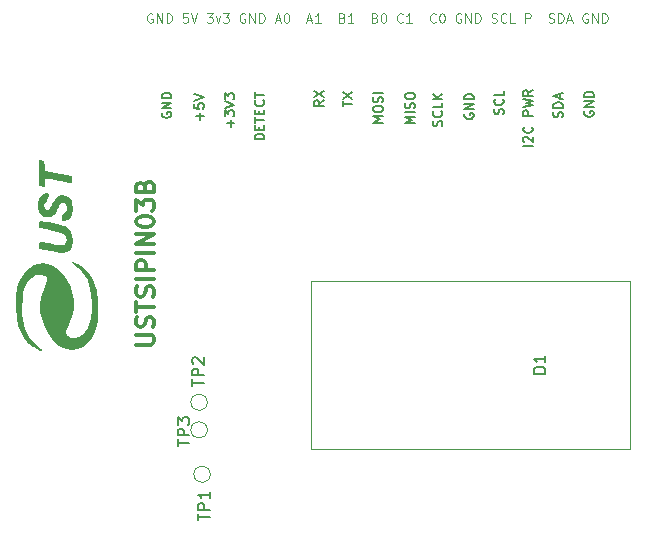
<source format=gbr>
%TF.GenerationSoftware,KiCad,Pcbnew,7.0.9-7.0.9~ubuntu23.04.1*%
%TF.CreationDate,2023-12-05T21:46:46+00:00*%
%TF.ProjectId,USTSIPIN03,55535453-4950-4494-9e30-332e6b696361,REV*%
%TF.SameCoordinates,PX66dd020PY81342c0*%
%TF.FileFunction,Legend,Top*%
%TF.FilePolarity,Positive*%
%FSLAX46Y46*%
G04 Gerber Fmt 4.6, Leading zero omitted, Abs format (unit mm)*
G04 Created by KiCad (PCBNEW 7.0.9-7.0.9~ubuntu23.04.1) date 2023-12-05 21:46:46*
%MOMM*%
%LPD*%
G01*
G04 APERTURE LIST*
%ADD10C,0.150000*%
%ADD11C,0.300000*%
%ADD12C,0.100000*%
%ADD13C,0.120000*%
G04 APERTURE END LIST*
D10*
X22336390Y47135808D02*
X22298295Y47059618D01*
X22298295Y47059618D02*
X22298295Y46945332D01*
X22298295Y46945332D02*
X22336390Y46831046D01*
X22336390Y46831046D02*
X22412580Y46754856D01*
X22412580Y46754856D02*
X22488771Y46716761D01*
X22488771Y46716761D02*
X22641152Y46678665D01*
X22641152Y46678665D02*
X22755438Y46678665D01*
X22755438Y46678665D02*
X22907819Y46716761D01*
X22907819Y46716761D02*
X22984009Y46754856D01*
X22984009Y46754856D02*
X23060200Y46831046D01*
X23060200Y46831046D02*
X23098295Y46945332D01*
X23098295Y46945332D02*
X23098295Y47021523D01*
X23098295Y47021523D02*
X23060200Y47135808D01*
X23060200Y47135808D02*
X23022104Y47173904D01*
X23022104Y47173904D02*
X22755438Y47173904D01*
X22755438Y47173904D02*
X22755438Y47021523D01*
X23098295Y47516761D02*
X22298295Y47516761D01*
X22298295Y47516761D02*
X23098295Y47973904D01*
X23098295Y47973904D02*
X22298295Y47973904D01*
X23098295Y48354856D02*
X22298295Y48354856D01*
X22298295Y48354856D02*
X22298295Y48545332D01*
X22298295Y48545332D02*
X22336390Y48659618D01*
X22336390Y48659618D02*
X22412580Y48735808D01*
X22412580Y48735808D02*
X22488771Y48773903D01*
X22488771Y48773903D02*
X22641152Y48811999D01*
X22641152Y48811999D02*
X22755438Y48811999D01*
X22755438Y48811999D02*
X22907819Y48773903D01*
X22907819Y48773903D02*
X22984009Y48735808D01*
X22984009Y48735808D02*
X23060200Y48659618D01*
X23060200Y48659618D02*
X23098295Y48545332D01*
X23098295Y48545332D02*
X23098295Y48354856D01*
X37589095Y47669275D02*
X37589095Y48126418D01*
X38389095Y47897846D02*
X37589095Y47897846D01*
X37589095Y48316894D02*
X38389095Y48850228D01*
X37589095Y48850228D02*
X38389095Y48316894D01*
X45996400Y45992865D02*
X46034495Y46107151D01*
X46034495Y46107151D02*
X46034495Y46297627D01*
X46034495Y46297627D02*
X45996400Y46373818D01*
X45996400Y46373818D02*
X45958304Y46411913D01*
X45958304Y46411913D02*
X45882114Y46450008D01*
X45882114Y46450008D02*
X45805923Y46450008D01*
X45805923Y46450008D02*
X45729733Y46411913D01*
X45729733Y46411913D02*
X45691638Y46373818D01*
X45691638Y46373818D02*
X45653542Y46297627D01*
X45653542Y46297627D02*
X45615447Y46145246D01*
X45615447Y46145246D02*
X45577352Y46069056D01*
X45577352Y46069056D02*
X45539257Y46030961D01*
X45539257Y46030961D02*
X45463066Y45992865D01*
X45463066Y45992865D02*
X45386876Y45992865D01*
X45386876Y45992865D02*
X45310685Y46030961D01*
X45310685Y46030961D02*
X45272590Y46069056D01*
X45272590Y46069056D02*
X45234495Y46145246D01*
X45234495Y46145246D02*
X45234495Y46335723D01*
X45234495Y46335723D02*
X45272590Y46450008D01*
X45958304Y47250009D02*
X45996400Y47211913D01*
X45996400Y47211913D02*
X46034495Y47097628D01*
X46034495Y47097628D02*
X46034495Y47021437D01*
X46034495Y47021437D02*
X45996400Y46907151D01*
X45996400Y46907151D02*
X45920209Y46830961D01*
X45920209Y46830961D02*
X45844019Y46792866D01*
X45844019Y46792866D02*
X45691638Y46754770D01*
X45691638Y46754770D02*
X45577352Y46754770D01*
X45577352Y46754770D02*
X45424971Y46792866D01*
X45424971Y46792866D02*
X45348780Y46830961D01*
X45348780Y46830961D02*
X45272590Y46907151D01*
X45272590Y46907151D02*
X45234495Y47021437D01*
X45234495Y47021437D02*
X45234495Y47097628D01*
X45234495Y47097628D02*
X45272590Y47211913D01*
X45272590Y47211913D02*
X45310685Y47250009D01*
X46034495Y47973818D02*
X46034495Y47592866D01*
X46034495Y47592866D02*
X45234495Y47592866D01*
X46034495Y48240485D02*
X45234495Y48240485D01*
X46034495Y48697628D02*
X45577352Y48354770D01*
X45234495Y48697628D02*
X45691638Y48240485D01*
X36001495Y48164504D02*
X35620542Y47897837D01*
X36001495Y47707361D02*
X35201495Y47707361D01*
X35201495Y47707361D02*
X35201495Y48012123D01*
X35201495Y48012123D02*
X35239590Y48088313D01*
X35239590Y48088313D02*
X35277685Y48126408D01*
X35277685Y48126408D02*
X35353876Y48164504D01*
X35353876Y48164504D02*
X35468161Y48164504D01*
X35468161Y48164504D02*
X35544352Y48126408D01*
X35544352Y48126408D02*
X35582447Y48088313D01*
X35582447Y48088313D02*
X35620542Y48012123D01*
X35620542Y48012123D02*
X35620542Y47707361D01*
X35201495Y48431170D02*
X36001495Y48964504D01*
X35201495Y48964504D02*
X36001495Y48431170D01*
X28102133Y45903961D02*
X28102133Y46513484D01*
X28406895Y46208723D02*
X27797371Y46208723D01*
X27606895Y46818246D02*
X27606895Y47313484D01*
X27606895Y47313484D02*
X27911657Y47046818D01*
X27911657Y47046818D02*
X27911657Y47161103D01*
X27911657Y47161103D02*
X27949752Y47237294D01*
X27949752Y47237294D02*
X27987847Y47275389D01*
X27987847Y47275389D02*
X28064038Y47313484D01*
X28064038Y47313484D02*
X28254514Y47313484D01*
X28254514Y47313484D02*
X28330704Y47275389D01*
X28330704Y47275389D02*
X28368800Y47237294D01*
X28368800Y47237294D02*
X28406895Y47161103D01*
X28406895Y47161103D02*
X28406895Y46932532D01*
X28406895Y46932532D02*
X28368800Y46856341D01*
X28368800Y46856341D02*
X28330704Y46818246D01*
X27606895Y47542056D02*
X28406895Y47808723D01*
X28406895Y47808723D02*
X27606895Y48075389D01*
X27606895Y48265865D02*
X27606895Y48761103D01*
X27606895Y48761103D02*
X27911657Y48494437D01*
X27911657Y48494437D02*
X27911657Y48608722D01*
X27911657Y48608722D02*
X27949752Y48684913D01*
X27949752Y48684913D02*
X27987847Y48723008D01*
X27987847Y48723008D02*
X28064038Y48761103D01*
X28064038Y48761103D02*
X28254514Y48761103D01*
X28254514Y48761103D02*
X28330704Y48723008D01*
X28330704Y48723008D02*
X28368800Y48684913D01*
X28368800Y48684913D02*
X28406895Y48608722D01*
X28406895Y48608722D02*
X28406895Y48380151D01*
X28406895Y48380151D02*
X28368800Y48303960D01*
X28368800Y48303960D02*
X28330704Y48265865D01*
D11*
X20121728Y27480058D02*
X21336014Y27480058D01*
X21336014Y27480058D02*
X21478871Y27551487D01*
X21478871Y27551487D02*
X21550300Y27622915D01*
X21550300Y27622915D02*
X21621728Y27765773D01*
X21621728Y27765773D02*
X21621728Y28051487D01*
X21621728Y28051487D02*
X21550300Y28194344D01*
X21550300Y28194344D02*
X21478871Y28265773D01*
X21478871Y28265773D02*
X21336014Y28337201D01*
X21336014Y28337201D02*
X20121728Y28337201D01*
X21550300Y28980059D02*
X21621728Y29194344D01*
X21621728Y29194344D02*
X21621728Y29551487D01*
X21621728Y29551487D02*
X21550300Y29694344D01*
X21550300Y29694344D02*
X21478871Y29765773D01*
X21478871Y29765773D02*
X21336014Y29837202D01*
X21336014Y29837202D02*
X21193157Y29837202D01*
X21193157Y29837202D02*
X21050300Y29765773D01*
X21050300Y29765773D02*
X20978871Y29694344D01*
X20978871Y29694344D02*
X20907442Y29551487D01*
X20907442Y29551487D02*
X20836014Y29265773D01*
X20836014Y29265773D02*
X20764585Y29122916D01*
X20764585Y29122916D02*
X20693157Y29051487D01*
X20693157Y29051487D02*
X20550300Y28980059D01*
X20550300Y28980059D02*
X20407442Y28980059D01*
X20407442Y28980059D02*
X20264585Y29051487D01*
X20264585Y29051487D02*
X20193157Y29122916D01*
X20193157Y29122916D02*
X20121728Y29265773D01*
X20121728Y29265773D02*
X20121728Y29622916D01*
X20121728Y29622916D02*
X20193157Y29837202D01*
X20121728Y30265773D02*
X20121728Y31122915D01*
X21621728Y30694344D02*
X20121728Y30694344D01*
X21550300Y31551487D02*
X21621728Y31765772D01*
X21621728Y31765772D02*
X21621728Y32122915D01*
X21621728Y32122915D02*
X21550300Y32265772D01*
X21550300Y32265772D02*
X21478871Y32337201D01*
X21478871Y32337201D02*
X21336014Y32408630D01*
X21336014Y32408630D02*
X21193157Y32408630D01*
X21193157Y32408630D02*
X21050300Y32337201D01*
X21050300Y32337201D02*
X20978871Y32265772D01*
X20978871Y32265772D02*
X20907442Y32122915D01*
X20907442Y32122915D02*
X20836014Y31837201D01*
X20836014Y31837201D02*
X20764585Y31694344D01*
X20764585Y31694344D02*
X20693157Y31622915D01*
X20693157Y31622915D02*
X20550300Y31551487D01*
X20550300Y31551487D02*
X20407442Y31551487D01*
X20407442Y31551487D02*
X20264585Y31622915D01*
X20264585Y31622915D02*
X20193157Y31694344D01*
X20193157Y31694344D02*
X20121728Y31837201D01*
X20121728Y31837201D02*
X20121728Y32194344D01*
X20121728Y32194344D02*
X20193157Y32408630D01*
X21621728Y33051486D02*
X20121728Y33051486D01*
X21621728Y33765772D02*
X20121728Y33765772D01*
X20121728Y33765772D02*
X20121728Y34337201D01*
X20121728Y34337201D02*
X20193157Y34480058D01*
X20193157Y34480058D02*
X20264585Y34551487D01*
X20264585Y34551487D02*
X20407442Y34622915D01*
X20407442Y34622915D02*
X20621728Y34622915D01*
X20621728Y34622915D02*
X20764585Y34551487D01*
X20764585Y34551487D02*
X20836014Y34480058D01*
X20836014Y34480058D02*
X20907442Y34337201D01*
X20907442Y34337201D02*
X20907442Y33765772D01*
X21621728Y35265772D02*
X20121728Y35265772D01*
X21621728Y35980058D02*
X20121728Y35980058D01*
X20121728Y35980058D02*
X21621728Y36837201D01*
X21621728Y36837201D02*
X20121728Y36837201D01*
X20121728Y37837202D02*
X20121728Y37980059D01*
X20121728Y37980059D02*
X20193157Y38122916D01*
X20193157Y38122916D02*
X20264585Y38194344D01*
X20264585Y38194344D02*
X20407442Y38265773D01*
X20407442Y38265773D02*
X20693157Y38337202D01*
X20693157Y38337202D02*
X21050300Y38337202D01*
X21050300Y38337202D02*
X21336014Y38265773D01*
X21336014Y38265773D02*
X21478871Y38194344D01*
X21478871Y38194344D02*
X21550300Y38122916D01*
X21550300Y38122916D02*
X21621728Y37980059D01*
X21621728Y37980059D02*
X21621728Y37837202D01*
X21621728Y37837202D02*
X21550300Y37694344D01*
X21550300Y37694344D02*
X21478871Y37622916D01*
X21478871Y37622916D02*
X21336014Y37551487D01*
X21336014Y37551487D02*
X21050300Y37480059D01*
X21050300Y37480059D02*
X20693157Y37480059D01*
X20693157Y37480059D02*
X20407442Y37551487D01*
X20407442Y37551487D02*
X20264585Y37622916D01*
X20264585Y37622916D02*
X20193157Y37694344D01*
X20193157Y37694344D02*
X20121728Y37837202D01*
X20121728Y38837201D02*
X20121728Y39765773D01*
X20121728Y39765773D02*
X20693157Y39265773D01*
X20693157Y39265773D02*
X20693157Y39480058D01*
X20693157Y39480058D02*
X20764585Y39622915D01*
X20764585Y39622915D02*
X20836014Y39694344D01*
X20836014Y39694344D02*
X20978871Y39765773D01*
X20978871Y39765773D02*
X21336014Y39765773D01*
X21336014Y39765773D02*
X21478871Y39694344D01*
X21478871Y39694344D02*
X21550300Y39622915D01*
X21550300Y39622915D02*
X21621728Y39480058D01*
X21621728Y39480058D02*
X21621728Y39051487D01*
X21621728Y39051487D02*
X21550300Y38908630D01*
X21550300Y38908630D02*
X21478871Y38837201D01*
X20836014Y40908629D02*
X20907442Y41122915D01*
X20907442Y41122915D02*
X20978871Y41194344D01*
X20978871Y41194344D02*
X21121728Y41265772D01*
X21121728Y41265772D02*
X21336014Y41265772D01*
X21336014Y41265772D02*
X21478871Y41194344D01*
X21478871Y41194344D02*
X21550300Y41122915D01*
X21550300Y41122915D02*
X21621728Y40980058D01*
X21621728Y40980058D02*
X21621728Y40408629D01*
X21621728Y40408629D02*
X20121728Y40408629D01*
X20121728Y40408629D02*
X20121728Y40908629D01*
X20121728Y40908629D02*
X20193157Y41051486D01*
X20193157Y41051486D02*
X20264585Y41122915D01*
X20264585Y41122915D02*
X20407442Y41194344D01*
X20407442Y41194344D02*
X20550300Y41194344D01*
X20550300Y41194344D02*
X20693157Y41122915D01*
X20693157Y41122915D02*
X20764585Y41051486D01*
X20764585Y41051486D02*
X20836014Y40908629D01*
X20836014Y40908629D02*
X20836014Y40408629D01*
D10*
X30946895Y44862561D02*
X30146895Y44862561D01*
X30146895Y44862561D02*
X30146895Y45053037D01*
X30146895Y45053037D02*
X30184990Y45167323D01*
X30184990Y45167323D02*
X30261180Y45243513D01*
X30261180Y45243513D02*
X30337371Y45281608D01*
X30337371Y45281608D02*
X30489752Y45319704D01*
X30489752Y45319704D02*
X30604038Y45319704D01*
X30604038Y45319704D02*
X30756419Y45281608D01*
X30756419Y45281608D02*
X30832609Y45243513D01*
X30832609Y45243513D02*
X30908800Y45167323D01*
X30908800Y45167323D02*
X30946895Y45053037D01*
X30946895Y45053037D02*
X30946895Y44862561D01*
X30527847Y45662561D02*
X30527847Y45929227D01*
X30946895Y46043513D02*
X30946895Y45662561D01*
X30946895Y45662561D02*
X30146895Y45662561D01*
X30146895Y45662561D02*
X30146895Y46043513D01*
X30146895Y46272085D02*
X30146895Y46729228D01*
X30946895Y46500656D02*
X30146895Y46500656D01*
X30527847Y46995895D02*
X30527847Y47262561D01*
X30946895Y47376847D02*
X30946895Y46995895D01*
X30946895Y46995895D02*
X30146895Y46995895D01*
X30146895Y46995895D02*
X30146895Y47376847D01*
X30870704Y48176848D02*
X30908800Y48138752D01*
X30908800Y48138752D02*
X30946895Y48024467D01*
X30946895Y48024467D02*
X30946895Y47948276D01*
X30946895Y47948276D02*
X30908800Y47833990D01*
X30908800Y47833990D02*
X30832609Y47757800D01*
X30832609Y47757800D02*
X30756419Y47719705D01*
X30756419Y47719705D02*
X30604038Y47681609D01*
X30604038Y47681609D02*
X30489752Y47681609D01*
X30489752Y47681609D02*
X30337371Y47719705D01*
X30337371Y47719705D02*
X30261180Y47757800D01*
X30261180Y47757800D02*
X30184990Y47833990D01*
X30184990Y47833990D02*
X30146895Y47948276D01*
X30146895Y47948276D02*
X30146895Y48024467D01*
X30146895Y48024467D02*
X30184990Y48138752D01*
X30184990Y48138752D02*
X30223085Y48176848D01*
X30146895Y48405419D02*
X30146895Y48862562D01*
X30946895Y48633990D02*
X30146895Y48633990D01*
X47939590Y47034208D02*
X47901495Y46958018D01*
X47901495Y46958018D02*
X47901495Y46843732D01*
X47901495Y46843732D02*
X47939590Y46729446D01*
X47939590Y46729446D02*
X48015780Y46653256D01*
X48015780Y46653256D02*
X48091971Y46615161D01*
X48091971Y46615161D02*
X48244352Y46577065D01*
X48244352Y46577065D02*
X48358638Y46577065D01*
X48358638Y46577065D02*
X48511019Y46615161D01*
X48511019Y46615161D02*
X48587209Y46653256D01*
X48587209Y46653256D02*
X48663400Y46729446D01*
X48663400Y46729446D02*
X48701495Y46843732D01*
X48701495Y46843732D02*
X48701495Y46919923D01*
X48701495Y46919923D02*
X48663400Y47034208D01*
X48663400Y47034208D02*
X48625304Y47072304D01*
X48625304Y47072304D02*
X48358638Y47072304D01*
X48358638Y47072304D02*
X48358638Y46919923D01*
X48701495Y47415161D02*
X47901495Y47415161D01*
X47901495Y47415161D02*
X48701495Y47872304D01*
X48701495Y47872304D02*
X47901495Y47872304D01*
X48701495Y48253256D02*
X47901495Y48253256D01*
X47901495Y48253256D02*
X47901495Y48443732D01*
X47901495Y48443732D02*
X47939590Y48558018D01*
X47939590Y48558018D02*
X48015780Y48634208D01*
X48015780Y48634208D02*
X48091971Y48672303D01*
X48091971Y48672303D02*
X48244352Y48710399D01*
X48244352Y48710399D02*
X48358638Y48710399D01*
X48358638Y48710399D02*
X48511019Y48672303D01*
X48511019Y48672303D02*
X48587209Y48634208D01*
X48587209Y48634208D02*
X48663400Y48558018D01*
X48663400Y48558018D02*
X48701495Y48443732D01*
X48701495Y48443732D02*
X48701495Y48253256D01*
X25511333Y46513561D02*
X25511333Y47123084D01*
X25816095Y46818323D02*
X25206571Y46818323D01*
X25016095Y47884989D02*
X25016095Y47504037D01*
X25016095Y47504037D02*
X25397047Y47465941D01*
X25397047Y47465941D02*
X25358952Y47504037D01*
X25358952Y47504037D02*
X25320857Y47580227D01*
X25320857Y47580227D02*
X25320857Y47770703D01*
X25320857Y47770703D02*
X25358952Y47846894D01*
X25358952Y47846894D02*
X25397047Y47884989D01*
X25397047Y47884989D02*
X25473238Y47923084D01*
X25473238Y47923084D02*
X25663714Y47923084D01*
X25663714Y47923084D02*
X25739904Y47884989D01*
X25739904Y47884989D02*
X25778000Y47846894D01*
X25778000Y47846894D02*
X25816095Y47770703D01*
X25816095Y47770703D02*
X25816095Y47580227D01*
X25816095Y47580227D02*
X25778000Y47504037D01*
X25778000Y47504037D02*
X25739904Y47465941D01*
X25016095Y48151656D02*
X25816095Y48418323D01*
X25816095Y48418323D02*
X25016095Y48684989D01*
D12*
X21477912Y55500410D02*
X21401722Y55538505D01*
X21401722Y55538505D02*
X21287436Y55538505D01*
X21287436Y55538505D02*
X21173150Y55500410D01*
X21173150Y55500410D02*
X21096960Y55424220D01*
X21096960Y55424220D02*
X21058865Y55348029D01*
X21058865Y55348029D02*
X21020769Y55195648D01*
X21020769Y55195648D02*
X21020769Y55081362D01*
X21020769Y55081362D02*
X21058865Y54928981D01*
X21058865Y54928981D02*
X21096960Y54852791D01*
X21096960Y54852791D02*
X21173150Y54776600D01*
X21173150Y54776600D02*
X21287436Y54738505D01*
X21287436Y54738505D02*
X21363627Y54738505D01*
X21363627Y54738505D02*
X21477912Y54776600D01*
X21477912Y54776600D02*
X21516008Y54814696D01*
X21516008Y54814696D02*
X21516008Y55081362D01*
X21516008Y55081362D02*
X21363627Y55081362D01*
X21858865Y54738505D02*
X21858865Y55538505D01*
X21858865Y55538505D02*
X22316008Y54738505D01*
X22316008Y54738505D02*
X22316008Y55538505D01*
X22696960Y54738505D02*
X22696960Y55538505D01*
X22696960Y55538505D02*
X22887436Y55538505D01*
X22887436Y55538505D02*
X23001722Y55500410D01*
X23001722Y55500410D02*
X23077912Y55424220D01*
X23077912Y55424220D02*
X23116007Y55348029D01*
X23116007Y55348029D02*
X23154103Y55195648D01*
X23154103Y55195648D02*
X23154103Y55081362D01*
X23154103Y55081362D02*
X23116007Y54928981D01*
X23116007Y54928981D02*
X23077912Y54852791D01*
X23077912Y54852791D02*
X23001722Y54776600D01*
X23001722Y54776600D02*
X22887436Y54738505D01*
X22887436Y54738505D02*
X22696960Y54738505D01*
X24487436Y55538505D02*
X24106484Y55538505D01*
X24106484Y55538505D02*
X24068388Y55157553D01*
X24068388Y55157553D02*
X24106484Y55195648D01*
X24106484Y55195648D02*
X24182674Y55233743D01*
X24182674Y55233743D02*
X24373150Y55233743D01*
X24373150Y55233743D02*
X24449341Y55195648D01*
X24449341Y55195648D02*
X24487436Y55157553D01*
X24487436Y55157553D02*
X24525531Y55081362D01*
X24525531Y55081362D02*
X24525531Y54890886D01*
X24525531Y54890886D02*
X24487436Y54814696D01*
X24487436Y54814696D02*
X24449341Y54776600D01*
X24449341Y54776600D02*
X24373150Y54738505D01*
X24373150Y54738505D02*
X24182674Y54738505D01*
X24182674Y54738505D02*
X24106484Y54776600D01*
X24106484Y54776600D02*
X24068388Y54814696D01*
X24754103Y55538505D02*
X25020770Y54738505D01*
X25020770Y54738505D02*
X25287436Y55538505D01*
X26087436Y55538505D02*
X26582674Y55538505D01*
X26582674Y55538505D02*
X26316008Y55233743D01*
X26316008Y55233743D02*
X26430293Y55233743D01*
X26430293Y55233743D02*
X26506484Y55195648D01*
X26506484Y55195648D02*
X26544579Y55157553D01*
X26544579Y55157553D02*
X26582674Y55081362D01*
X26582674Y55081362D02*
X26582674Y54890886D01*
X26582674Y54890886D02*
X26544579Y54814696D01*
X26544579Y54814696D02*
X26506484Y54776600D01*
X26506484Y54776600D02*
X26430293Y54738505D01*
X26430293Y54738505D02*
X26201722Y54738505D01*
X26201722Y54738505D02*
X26125531Y54776600D01*
X26125531Y54776600D02*
X26087436Y54814696D01*
X26849341Y55271839D02*
X27039817Y54738505D01*
X27039817Y54738505D02*
X27230294Y55271839D01*
X27458865Y55538505D02*
X27954103Y55538505D01*
X27954103Y55538505D02*
X27687437Y55233743D01*
X27687437Y55233743D02*
X27801722Y55233743D01*
X27801722Y55233743D02*
X27877913Y55195648D01*
X27877913Y55195648D02*
X27916008Y55157553D01*
X27916008Y55157553D02*
X27954103Y55081362D01*
X27954103Y55081362D02*
X27954103Y54890886D01*
X27954103Y54890886D02*
X27916008Y54814696D01*
X27916008Y54814696D02*
X27877913Y54776600D01*
X27877913Y54776600D02*
X27801722Y54738505D01*
X27801722Y54738505D02*
X27573151Y54738505D01*
X27573151Y54738505D02*
X27496960Y54776600D01*
X27496960Y54776600D02*
X27458865Y54814696D01*
X29325532Y55500410D02*
X29249342Y55538505D01*
X29249342Y55538505D02*
X29135056Y55538505D01*
X29135056Y55538505D02*
X29020770Y55500410D01*
X29020770Y55500410D02*
X28944580Y55424220D01*
X28944580Y55424220D02*
X28906485Y55348029D01*
X28906485Y55348029D02*
X28868389Y55195648D01*
X28868389Y55195648D02*
X28868389Y55081362D01*
X28868389Y55081362D02*
X28906485Y54928981D01*
X28906485Y54928981D02*
X28944580Y54852791D01*
X28944580Y54852791D02*
X29020770Y54776600D01*
X29020770Y54776600D02*
X29135056Y54738505D01*
X29135056Y54738505D02*
X29211247Y54738505D01*
X29211247Y54738505D02*
X29325532Y54776600D01*
X29325532Y54776600D02*
X29363628Y54814696D01*
X29363628Y54814696D02*
X29363628Y55081362D01*
X29363628Y55081362D02*
X29211247Y55081362D01*
X29706485Y54738505D02*
X29706485Y55538505D01*
X29706485Y55538505D02*
X30163628Y54738505D01*
X30163628Y54738505D02*
X30163628Y55538505D01*
X30544580Y54738505D02*
X30544580Y55538505D01*
X30544580Y55538505D02*
X30735056Y55538505D01*
X30735056Y55538505D02*
X30849342Y55500410D01*
X30849342Y55500410D02*
X30925532Y55424220D01*
X30925532Y55424220D02*
X30963627Y55348029D01*
X30963627Y55348029D02*
X31001723Y55195648D01*
X31001723Y55195648D02*
X31001723Y55081362D01*
X31001723Y55081362D02*
X30963627Y54928981D01*
X30963627Y54928981D02*
X30925532Y54852791D01*
X30925532Y54852791D02*
X30849342Y54776600D01*
X30849342Y54776600D02*
X30735056Y54738505D01*
X30735056Y54738505D02*
X30544580Y54738505D01*
X31916008Y54967077D02*
X32296961Y54967077D01*
X31839818Y54738505D02*
X32106485Y55538505D01*
X32106485Y55538505D02*
X32373151Y54738505D01*
X32792199Y55538505D02*
X32868389Y55538505D01*
X32868389Y55538505D02*
X32944580Y55500410D01*
X32944580Y55500410D02*
X32982675Y55462315D01*
X32982675Y55462315D02*
X33020770Y55386124D01*
X33020770Y55386124D02*
X33058865Y55233743D01*
X33058865Y55233743D02*
X33058865Y55043267D01*
X33058865Y55043267D02*
X33020770Y54890886D01*
X33020770Y54890886D02*
X32982675Y54814696D01*
X32982675Y54814696D02*
X32944580Y54776600D01*
X32944580Y54776600D02*
X32868389Y54738505D01*
X32868389Y54738505D02*
X32792199Y54738505D01*
X32792199Y54738505D02*
X32716008Y54776600D01*
X32716008Y54776600D02*
X32677913Y54814696D01*
X32677913Y54814696D02*
X32639818Y54890886D01*
X32639818Y54890886D02*
X32601722Y55043267D01*
X32601722Y55043267D02*
X32601722Y55233743D01*
X32601722Y55233743D02*
X32639818Y55386124D01*
X32639818Y55386124D02*
X32677913Y55462315D01*
X32677913Y55462315D02*
X32716008Y55500410D01*
X32716008Y55500410D02*
X32792199Y55538505D01*
X34582675Y54967077D02*
X34963628Y54967077D01*
X34506485Y54738505D02*
X34773152Y55538505D01*
X34773152Y55538505D02*
X35039818Y54738505D01*
X35725532Y54738505D02*
X35268389Y54738505D01*
X35496961Y54738505D02*
X35496961Y55538505D01*
X35496961Y55538505D02*
X35420770Y55424220D01*
X35420770Y55424220D02*
X35344580Y55348029D01*
X35344580Y55348029D02*
X35268389Y55309934D01*
X37554104Y55157553D02*
X37668390Y55119458D01*
X37668390Y55119458D02*
X37706485Y55081362D01*
X37706485Y55081362D02*
X37744581Y55005172D01*
X37744581Y55005172D02*
X37744581Y54890886D01*
X37744581Y54890886D02*
X37706485Y54814696D01*
X37706485Y54814696D02*
X37668390Y54776600D01*
X37668390Y54776600D02*
X37592200Y54738505D01*
X37592200Y54738505D02*
X37287438Y54738505D01*
X37287438Y54738505D02*
X37287438Y55538505D01*
X37287438Y55538505D02*
X37554104Y55538505D01*
X37554104Y55538505D02*
X37630295Y55500410D01*
X37630295Y55500410D02*
X37668390Y55462315D01*
X37668390Y55462315D02*
X37706485Y55386124D01*
X37706485Y55386124D02*
X37706485Y55309934D01*
X37706485Y55309934D02*
X37668390Y55233743D01*
X37668390Y55233743D02*
X37630295Y55195648D01*
X37630295Y55195648D02*
X37554104Y55157553D01*
X37554104Y55157553D02*
X37287438Y55157553D01*
X38506485Y54738505D02*
X38049342Y54738505D01*
X38277914Y54738505D02*
X38277914Y55538505D01*
X38277914Y55538505D02*
X38201723Y55424220D01*
X38201723Y55424220D02*
X38125533Y55348029D01*
X38125533Y55348029D02*
X38049342Y55309934D01*
X40335057Y55157553D02*
X40449343Y55119458D01*
X40449343Y55119458D02*
X40487438Y55081362D01*
X40487438Y55081362D02*
X40525534Y55005172D01*
X40525534Y55005172D02*
X40525534Y54890886D01*
X40525534Y54890886D02*
X40487438Y54814696D01*
X40487438Y54814696D02*
X40449343Y54776600D01*
X40449343Y54776600D02*
X40373153Y54738505D01*
X40373153Y54738505D02*
X40068391Y54738505D01*
X40068391Y54738505D02*
X40068391Y55538505D01*
X40068391Y55538505D02*
X40335057Y55538505D01*
X40335057Y55538505D02*
X40411248Y55500410D01*
X40411248Y55500410D02*
X40449343Y55462315D01*
X40449343Y55462315D02*
X40487438Y55386124D01*
X40487438Y55386124D02*
X40487438Y55309934D01*
X40487438Y55309934D02*
X40449343Y55233743D01*
X40449343Y55233743D02*
X40411248Y55195648D01*
X40411248Y55195648D02*
X40335057Y55157553D01*
X40335057Y55157553D02*
X40068391Y55157553D01*
X41020772Y55538505D02*
X41096962Y55538505D01*
X41096962Y55538505D02*
X41173153Y55500410D01*
X41173153Y55500410D02*
X41211248Y55462315D01*
X41211248Y55462315D02*
X41249343Y55386124D01*
X41249343Y55386124D02*
X41287438Y55233743D01*
X41287438Y55233743D02*
X41287438Y55043267D01*
X41287438Y55043267D02*
X41249343Y54890886D01*
X41249343Y54890886D02*
X41211248Y54814696D01*
X41211248Y54814696D02*
X41173153Y54776600D01*
X41173153Y54776600D02*
X41096962Y54738505D01*
X41096962Y54738505D02*
X41020772Y54738505D01*
X41020772Y54738505D02*
X40944581Y54776600D01*
X40944581Y54776600D02*
X40906486Y54814696D01*
X40906486Y54814696D02*
X40868391Y54890886D01*
X40868391Y54890886D02*
X40830295Y55043267D01*
X40830295Y55043267D02*
X40830295Y55233743D01*
X40830295Y55233743D02*
X40868391Y55386124D01*
X40868391Y55386124D02*
X40906486Y55462315D01*
X40906486Y55462315D02*
X40944581Y55500410D01*
X40944581Y55500410D02*
X41020772Y55538505D01*
X42696963Y54814696D02*
X42658867Y54776600D01*
X42658867Y54776600D02*
X42544582Y54738505D01*
X42544582Y54738505D02*
X42468391Y54738505D01*
X42468391Y54738505D02*
X42354105Y54776600D01*
X42354105Y54776600D02*
X42277915Y54852791D01*
X42277915Y54852791D02*
X42239820Y54928981D01*
X42239820Y54928981D02*
X42201724Y55081362D01*
X42201724Y55081362D02*
X42201724Y55195648D01*
X42201724Y55195648D02*
X42239820Y55348029D01*
X42239820Y55348029D02*
X42277915Y55424220D01*
X42277915Y55424220D02*
X42354105Y55500410D01*
X42354105Y55500410D02*
X42468391Y55538505D01*
X42468391Y55538505D02*
X42544582Y55538505D01*
X42544582Y55538505D02*
X42658867Y55500410D01*
X42658867Y55500410D02*
X42696963Y55462315D01*
X43458867Y54738505D02*
X43001724Y54738505D01*
X43230296Y54738505D02*
X43230296Y55538505D01*
X43230296Y55538505D02*
X43154105Y55424220D01*
X43154105Y55424220D02*
X43077915Y55348029D01*
X43077915Y55348029D02*
X43001724Y55309934D01*
X45477916Y54814696D02*
X45439820Y54776600D01*
X45439820Y54776600D02*
X45325535Y54738505D01*
X45325535Y54738505D02*
X45249344Y54738505D01*
X45249344Y54738505D02*
X45135058Y54776600D01*
X45135058Y54776600D02*
X45058868Y54852791D01*
X45058868Y54852791D02*
X45020773Y54928981D01*
X45020773Y54928981D02*
X44982677Y55081362D01*
X44982677Y55081362D02*
X44982677Y55195648D01*
X44982677Y55195648D02*
X45020773Y55348029D01*
X45020773Y55348029D02*
X45058868Y55424220D01*
X45058868Y55424220D02*
X45135058Y55500410D01*
X45135058Y55500410D02*
X45249344Y55538505D01*
X45249344Y55538505D02*
X45325535Y55538505D01*
X45325535Y55538505D02*
X45439820Y55500410D01*
X45439820Y55500410D02*
X45477916Y55462315D01*
X45973154Y55538505D02*
X46049344Y55538505D01*
X46049344Y55538505D02*
X46125535Y55500410D01*
X46125535Y55500410D02*
X46163630Y55462315D01*
X46163630Y55462315D02*
X46201725Y55386124D01*
X46201725Y55386124D02*
X46239820Y55233743D01*
X46239820Y55233743D02*
X46239820Y55043267D01*
X46239820Y55043267D02*
X46201725Y54890886D01*
X46201725Y54890886D02*
X46163630Y54814696D01*
X46163630Y54814696D02*
X46125535Y54776600D01*
X46125535Y54776600D02*
X46049344Y54738505D01*
X46049344Y54738505D02*
X45973154Y54738505D01*
X45973154Y54738505D02*
X45896963Y54776600D01*
X45896963Y54776600D02*
X45858868Y54814696D01*
X45858868Y54814696D02*
X45820773Y54890886D01*
X45820773Y54890886D02*
X45782677Y55043267D01*
X45782677Y55043267D02*
X45782677Y55233743D01*
X45782677Y55233743D02*
X45820773Y55386124D01*
X45820773Y55386124D02*
X45858868Y55462315D01*
X45858868Y55462315D02*
X45896963Y55500410D01*
X45896963Y55500410D02*
X45973154Y55538505D01*
X47611249Y55500410D02*
X47535059Y55538505D01*
X47535059Y55538505D02*
X47420773Y55538505D01*
X47420773Y55538505D02*
X47306487Y55500410D01*
X47306487Y55500410D02*
X47230297Y55424220D01*
X47230297Y55424220D02*
X47192202Y55348029D01*
X47192202Y55348029D02*
X47154106Y55195648D01*
X47154106Y55195648D02*
X47154106Y55081362D01*
X47154106Y55081362D02*
X47192202Y54928981D01*
X47192202Y54928981D02*
X47230297Y54852791D01*
X47230297Y54852791D02*
X47306487Y54776600D01*
X47306487Y54776600D02*
X47420773Y54738505D01*
X47420773Y54738505D02*
X47496964Y54738505D01*
X47496964Y54738505D02*
X47611249Y54776600D01*
X47611249Y54776600D02*
X47649345Y54814696D01*
X47649345Y54814696D02*
X47649345Y55081362D01*
X47649345Y55081362D02*
X47496964Y55081362D01*
X47992202Y54738505D02*
X47992202Y55538505D01*
X47992202Y55538505D02*
X48449345Y54738505D01*
X48449345Y54738505D02*
X48449345Y55538505D01*
X48830297Y54738505D02*
X48830297Y55538505D01*
X48830297Y55538505D02*
X49020773Y55538505D01*
X49020773Y55538505D02*
X49135059Y55500410D01*
X49135059Y55500410D02*
X49211249Y55424220D01*
X49211249Y55424220D02*
X49249344Y55348029D01*
X49249344Y55348029D02*
X49287440Y55195648D01*
X49287440Y55195648D02*
X49287440Y55081362D01*
X49287440Y55081362D02*
X49249344Y54928981D01*
X49249344Y54928981D02*
X49211249Y54852791D01*
X49211249Y54852791D02*
X49135059Y54776600D01*
X49135059Y54776600D02*
X49020773Y54738505D01*
X49020773Y54738505D02*
X48830297Y54738505D01*
X50201725Y54776600D02*
X50316011Y54738505D01*
X50316011Y54738505D02*
X50506487Y54738505D01*
X50506487Y54738505D02*
X50582678Y54776600D01*
X50582678Y54776600D02*
X50620773Y54814696D01*
X50620773Y54814696D02*
X50658868Y54890886D01*
X50658868Y54890886D02*
X50658868Y54967077D01*
X50658868Y54967077D02*
X50620773Y55043267D01*
X50620773Y55043267D02*
X50582678Y55081362D01*
X50582678Y55081362D02*
X50506487Y55119458D01*
X50506487Y55119458D02*
X50354106Y55157553D01*
X50354106Y55157553D02*
X50277916Y55195648D01*
X50277916Y55195648D02*
X50239821Y55233743D01*
X50239821Y55233743D02*
X50201725Y55309934D01*
X50201725Y55309934D02*
X50201725Y55386124D01*
X50201725Y55386124D02*
X50239821Y55462315D01*
X50239821Y55462315D02*
X50277916Y55500410D01*
X50277916Y55500410D02*
X50354106Y55538505D01*
X50354106Y55538505D02*
X50544583Y55538505D01*
X50544583Y55538505D02*
X50658868Y55500410D01*
X51458869Y54814696D02*
X51420773Y54776600D01*
X51420773Y54776600D02*
X51306488Y54738505D01*
X51306488Y54738505D02*
X51230297Y54738505D01*
X51230297Y54738505D02*
X51116011Y54776600D01*
X51116011Y54776600D02*
X51039821Y54852791D01*
X51039821Y54852791D02*
X51001726Y54928981D01*
X51001726Y54928981D02*
X50963630Y55081362D01*
X50963630Y55081362D02*
X50963630Y55195648D01*
X50963630Y55195648D02*
X51001726Y55348029D01*
X51001726Y55348029D02*
X51039821Y55424220D01*
X51039821Y55424220D02*
X51116011Y55500410D01*
X51116011Y55500410D02*
X51230297Y55538505D01*
X51230297Y55538505D02*
X51306488Y55538505D01*
X51306488Y55538505D02*
X51420773Y55500410D01*
X51420773Y55500410D02*
X51458869Y55462315D01*
X52182678Y54738505D02*
X51801726Y54738505D01*
X51801726Y54738505D02*
X51801726Y55538505D01*
X53058869Y54738505D02*
X53058869Y55538505D01*
X53058869Y55538505D02*
X53363631Y55538505D01*
X53363631Y55538505D02*
X53439821Y55500410D01*
X53439821Y55500410D02*
X53477916Y55462315D01*
X53477916Y55462315D02*
X53516012Y55386124D01*
X53516012Y55386124D02*
X53516012Y55271839D01*
X53516012Y55271839D02*
X53477916Y55195648D01*
X53477916Y55195648D02*
X53439821Y55157553D01*
X53439821Y55157553D02*
X53363631Y55119458D01*
X53363631Y55119458D02*
X53058869Y55119458D01*
X55039821Y54776600D02*
X55154107Y54738505D01*
X55154107Y54738505D02*
X55344583Y54738505D01*
X55344583Y54738505D02*
X55420774Y54776600D01*
X55420774Y54776600D02*
X55458869Y54814696D01*
X55458869Y54814696D02*
X55496964Y54890886D01*
X55496964Y54890886D02*
X55496964Y54967077D01*
X55496964Y54967077D02*
X55458869Y55043267D01*
X55458869Y55043267D02*
X55420774Y55081362D01*
X55420774Y55081362D02*
X55344583Y55119458D01*
X55344583Y55119458D02*
X55192202Y55157553D01*
X55192202Y55157553D02*
X55116012Y55195648D01*
X55116012Y55195648D02*
X55077917Y55233743D01*
X55077917Y55233743D02*
X55039821Y55309934D01*
X55039821Y55309934D02*
X55039821Y55386124D01*
X55039821Y55386124D02*
X55077917Y55462315D01*
X55077917Y55462315D02*
X55116012Y55500410D01*
X55116012Y55500410D02*
X55192202Y55538505D01*
X55192202Y55538505D02*
X55382679Y55538505D01*
X55382679Y55538505D02*
X55496964Y55500410D01*
X55839822Y54738505D02*
X55839822Y55538505D01*
X55839822Y55538505D02*
X56030298Y55538505D01*
X56030298Y55538505D02*
X56144584Y55500410D01*
X56144584Y55500410D02*
X56220774Y55424220D01*
X56220774Y55424220D02*
X56258869Y55348029D01*
X56258869Y55348029D02*
X56296965Y55195648D01*
X56296965Y55195648D02*
X56296965Y55081362D01*
X56296965Y55081362D02*
X56258869Y54928981D01*
X56258869Y54928981D02*
X56220774Y54852791D01*
X56220774Y54852791D02*
X56144584Y54776600D01*
X56144584Y54776600D02*
X56030298Y54738505D01*
X56030298Y54738505D02*
X55839822Y54738505D01*
X56601726Y54967077D02*
X56982679Y54967077D01*
X56525536Y54738505D02*
X56792203Y55538505D01*
X56792203Y55538505D02*
X57058869Y54738505D01*
X58354107Y55500410D02*
X58277917Y55538505D01*
X58277917Y55538505D02*
X58163631Y55538505D01*
X58163631Y55538505D02*
X58049345Y55500410D01*
X58049345Y55500410D02*
X57973155Y55424220D01*
X57973155Y55424220D02*
X57935060Y55348029D01*
X57935060Y55348029D02*
X57896964Y55195648D01*
X57896964Y55195648D02*
X57896964Y55081362D01*
X57896964Y55081362D02*
X57935060Y54928981D01*
X57935060Y54928981D02*
X57973155Y54852791D01*
X57973155Y54852791D02*
X58049345Y54776600D01*
X58049345Y54776600D02*
X58163631Y54738505D01*
X58163631Y54738505D02*
X58239822Y54738505D01*
X58239822Y54738505D02*
X58354107Y54776600D01*
X58354107Y54776600D02*
X58392203Y54814696D01*
X58392203Y54814696D02*
X58392203Y55081362D01*
X58392203Y55081362D02*
X58239822Y55081362D01*
X58735060Y54738505D02*
X58735060Y55538505D01*
X58735060Y55538505D02*
X59192203Y54738505D01*
X59192203Y54738505D02*
X59192203Y55538505D01*
X59573155Y54738505D02*
X59573155Y55538505D01*
X59573155Y55538505D02*
X59763631Y55538505D01*
X59763631Y55538505D02*
X59877917Y55500410D01*
X59877917Y55500410D02*
X59954107Y55424220D01*
X59954107Y55424220D02*
X59992202Y55348029D01*
X59992202Y55348029D02*
X60030298Y55195648D01*
X60030298Y55195648D02*
X60030298Y55081362D01*
X60030298Y55081362D02*
X59992202Y54928981D01*
X59992202Y54928981D02*
X59954107Y54852791D01*
X59954107Y54852791D02*
X59877917Y54776600D01*
X59877917Y54776600D02*
X59763631Y54738505D01*
X59763631Y54738505D02*
X59573155Y54738505D01*
D10*
X56207200Y46754865D02*
X56245295Y46869151D01*
X56245295Y46869151D02*
X56245295Y47059627D01*
X56245295Y47059627D02*
X56207200Y47135818D01*
X56207200Y47135818D02*
X56169104Y47173913D01*
X56169104Y47173913D02*
X56092914Y47212008D01*
X56092914Y47212008D02*
X56016723Y47212008D01*
X56016723Y47212008D02*
X55940533Y47173913D01*
X55940533Y47173913D02*
X55902438Y47135818D01*
X55902438Y47135818D02*
X55864342Y47059627D01*
X55864342Y47059627D02*
X55826247Y46907246D01*
X55826247Y46907246D02*
X55788152Y46831056D01*
X55788152Y46831056D02*
X55750057Y46792961D01*
X55750057Y46792961D02*
X55673866Y46754865D01*
X55673866Y46754865D02*
X55597676Y46754865D01*
X55597676Y46754865D02*
X55521485Y46792961D01*
X55521485Y46792961D02*
X55483390Y46831056D01*
X55483390Y46831056D02*
X55445295Y46907246D01*
X55445295Y46907246D02*
X55445295Y47097723D01*
X55445295Y47097723D02*
X55483390Y47212008D01*
X56245295Y47554866D02*
X55445295Y47554866D01*
X55445295Y47554866D02*
X55445295Y47745342D01*
X55445295Y47745342D02*
X55483390Y47859628D01*
X55483390Y47859628D02*
X55559580Y47935818D01*
X55559580Y47935818D02*
X55635771Y47973913D01*
X55635771Y47973913D02*
X55788152Y48012009D01*
X55788152Y48012009D02*
X55902438Y48012009D01*
X55902438Y48012009D02*
X56054819Y47973913D01*
X56054819Y47973913D02*
X56131009Y47935818D01*
X56131009Y47935818D02*
X56207200Y47859628D01*
X56207200Y47859628D02*
X56245295Y47745342D01*
X56245295Y47745342D02*
X56245295Y47554866D01*
X56016723Y48316770D02*
X56016723Y48697723D01*
X56245295Y48240580D02*
X55445295Y48507247D01*
X55445295Y48507247D02*
X56245295Y48773913D01*
X58099590Y47237408D02*
X58061495Y47161218D01*
X58061495Y47161218D02*
X58061495Y47046932D01*
X58061495Y47046932D02*
X58099590Y46932646D01*
X58099590Y46932646D02*
X58175780Y46856456D01*
X58175780Y46856456D02*
X58251971Y46818361D01*
X58251971Y46818361D02*
X58404352Y46780265D01*
X58404352Y46780265D02*
X58518638Y46780265D01*
X58518638Y46780265D02*
X58671019Y46818361D01*
X58671019Y46818361D02*
X58747209Y46856456D01*
X58747209Y46856456D02*
X58823400Y46932646D01*
X58823400Y46932646D02*
X58861495Y47046932D01*
X58861495Y47046932D02*
X58861495Y47123123D01*
X58861495Y47123123D02*
X58823400Y47237408D01*
X58823400Y47237408D02*
X58785304Y47275504D01*
X58785304Y47275504D02*
X58518638Y47275504D01*
X58518638Y47275504D02*
X58518638Y47123123D01*
X58861495Y47618361D02*
X58061495Y47618361D01*
X58061495Y47618361D02*
X58861495Y48075504D01*
X58861495Y48075504D02*
X58061495Y48075504D01*
X58861495Y48456456D02*
X58061495Y48456456D01*
X58061495Y48456456D02*
X58061495Y48646932D01*
X58061495Y48646932D02*
X58099590Y48761218D01*
X58099590Y48761218D02*
X58175780Y48837408D01*
X58175780Y48837408D02*
X58251971Y48875503D01*
X58251971Y48875503D02*
X58404352Y48913599D01*
X58404352Y48913599D02*
X58518638Y48913599D01*
X58518638Y48913599D02*
X58671019Y48875503D01*
X58671019Y48875503D02*
X58747209Y48837408D01*
X58747209Y48837408D02*
X58823400Y48761218D01*
X58823400Y48761218D02*
X58861495Y48646932D01*
X58861495Y48646932D02*
X58861495Y48456456D01*
X43697695Y46234161D02*
X42897695Y46234161D01*
X42897695Y46234161D02*
X43469123Y46500827D01*
X43469123Y46500827D02*
X42897695Y46767494D01*
X42897695Y46767494D02*
X43697695Y46767494D01*
X43697695Y47148447D02*
X42897695Y47148447D01*
X43659600Y47491303D02*
X43697695Y47605589D01*
X43697695Y47605589D02*
X43697695Y47796065D01*
X43697695Y47796065D02*
X43659600Y47872256D01*
X43659600Y47872256D02*
X43621504Y47910351D01*
X43621504Y47910351D02*
X43545314Y47948446D01*
X43545314Y47948446D02*
X43469123Y47948446D01*
X43469123Y47948446D02*
X43392933Y47910351D01*
X43392933Y47910351D02*
X43354838Y47872256D01*
X43354838Y47872256D02*
X43316742Y47796065D01*
X43316742Y47796065D02*
X43278647Y47643684D01*
X43278647Y47643684D02*
X43240552Y47567494D01*
X43240552Y47567494D02*
X43202457Y47529399D01*
X43202457Y47529399D02*
X43126266Y47491303D01*
X43126266Y47491303D02*
X43050076Y47491303D01*
X43050076Y47491303D02*
X42973885Y47529399D01*
X42973885Y47529399D02*
X42935790Y47567494D01*
X42935790Y47567494D02*
X42897695Y47643684D01*
X42897695Y47643684D02*
X42897695Y47834161D01*
X42897695Y47834161D02*
X42935790Y47948446D01*
X42897695Y48443685D02*
X42897695Y48596066D01*
X42897695Y48596066D02*
X42935790Y48672256D01*
X42935790Y48672256D02*
X43011980Y48748447D01*
X43011980Y48748447D02*
X43164361Y48786542D01*
X43164361Y48786542D02*
X43431028Y48786542D01*
X43431028Y48786542D02*
X43583409Y48748447D01*
X43583409Y48748447D02*
X43659600Y48672256D01*
X43659600Y48672256D02*
X43697695Y48596066D01*
X43697695Y48596066D02*
X43697695Y48443685D01*
X43697695Y48443685D02*
X43659600Y48367494D01*
X43659600Y48367494D02*
X43583409Y48291304D01*
X43583409Y48291304D02*
X43431028Y48253208D01*
X43431028Y48253208D02*
X43164361Y48253208D01*
X43164361Y48253208D02*
X43011980Y48291304D01*
X43011980Y48291304D02*
X42935790Y48367494D01*
X42935790Y48367494D02*
X42897695Y48443685D01*
X40979895Y46284961D02*
X40179895Y46284961D01*
X40179895Y46284961D02*
X40751323Y46551627D01*
X40751323Y46551627D02*
X40179895Y46818294D01*
X40179895Y46818294D02*
X40979895Y46818294D01*
X40179895Y47351628D02*
X40179895Y47504009D01*
X40179895Y47504009D02*
X40217990Y47580199D01*
X40217990Y47580199D02*
X40294180Y47656390D01*
X40294180Y47656390D02*
X40446561Y47694485D01*
X40446561Y47694485D02*
X40713228Y47694485D01*
X40713228Y47694485D02*
X40865609Y47656390D01*
X40865609Y47656390D02*
X40941800Y47580199D01*
X40941800Y47580199D02*
X40979895Y47504009D01*
X40979895Y47504009D02*
X40979895Y47351628D01*
X40979895Y47351628D02*
X40941800Y47275437D01*
X40941800Y47275437D02*
X40865609Y47199247D01*
X40865609Y47199247D02*
X40713228Y47161151D01*
X40713228Y47161151D02*
X40446561Y47161151D01*
X40446561Y47161151D02*
X40294180Y47199247D01*
X40294180Y47199247D02*
X40217990Y47275437D01*
X40217990Y47275437D02*
X40179895Y47351628D01*
X40941800Y47999246D02*
X40979895Y48113532D01*
X40979895Y48113532D02*
X40979895Y48304008D01*
X40979895Y48304008D02*
X40941800Y48380199D01*
X40941800Y48380199D02*
X40903704Y48418294D01*
X40903704Y48418294D02*
X40827514Y48456389D01*
X40827514Y48456389D02*
X40751323Y48456389D01*
X40751323Y48456389D02*
X40675133Y48418294D01*
X40675133Y48418294D02*
X40637038Y48380199D01*
X40637038Y48380199D02*
X40598942Y48304008D01*
X40598942Y48304008D02*
X40560847Y48151627D01*
X40560847Y48151627D02*
X40522752Y48075437D01*
X40522752Y48075437D02*
X40484657Y48037342D01*
X40484657Y48037342D02*
X40408466Y47999246D01*
X40408466Y47999246D02*
X40332276Y47999246D01*
X40332276Y47999246D02*
X40256085Y48037342D01*
X40256085Y48037342D02*
X40217990Y48075437D01*
X40217990Y48075437D02*
X40179895Y48151627D01*
X40179895Y48151627D02*
X40179895Y48342104D01*
X40179895Y48342104D02*
X40217990Y48456389D01*
X40979895Y48799247D02*
X40179895Y48799247D01*
X53679895Y44303761D02*
X52879895Y44303761D01*
X52956085Y44646617D02*
X52917990Y44684713D01*
X52917990Y44684713D02*
X52879895Y44760903D01*
X52879895Y44760903D02*
X52879895Y44951379D01*
X52879895Y44951379D02*
X52917990Y45027570D01*
X52917990Y45027570D02*
X52956085Y45065665D01*
X52956085Y45065665D02*
X53032276Y45103760D01*
X53032276Y45103760D02*
X53108466Y45103760D01*
X53108466Y45103760D02*
X53222752Y45065665D01*
X53222752Y45065665D02*
X53679895Y44608522D01*
X53679895Y44608522D02*
X53679895Y45103760D01*
X53603704Y45903761D02*
X53641800Y45865665D01*
X53641800Y45865665D02*
X53679895Y45751380D01*
X53679895Y45751380D02*
X53679895Y45675189D01*
X53679895Y45675189D02*
X53641800Y45560903D01*
X53641800Y45560903D02*
X53565609Y45484713D01*
X53565609Y45484713D02*
X53489419Y45446618D01*
X53489419Y45446618D02*
X53337038Y45408522D01*
X53337038Y45408522D02*
X53222752Y45408522D01*
X53222752Y45408522D02*
X53070371Y45446618D01*
X53070371Y45446618D02*
X52994180Y45484713D01*
X52994180Y45484713D02*
X52917990Y45560903D01*
X52917990Y45560903D02*
X52879895Y45675189D01*
X52879895Y45675189D02*
X52879895Y45751380D01*
X52879895Y45751380D02*
X52917990Y45865665D01*
X52917990Y45865665D02*
X52956085Y45903761D01*
X53679895Y46856142D02*
X52879895Y46856142D01*
X52879895Y46856142D02*
X52879895Y47160904D01*
X52879895Y47160904D02*
X52917990Y47237094D01*
X52917990Y47237094D02*
X52956085Y47275189D01*
X52956085Y47275189D02*
X53032276Y47313285D01*
X53032276Y47313285D02*
X53146561Y47313285D01*
X53146561Y47313285D02*
X53222752Y47275189D01*
X53222752Y47275189D02*
X53260847Y47237094D01*
X53260847Y47237094D02*
X53298942Y47160904D01*
X53298942Y47160904D02*
X53298942Y46856142D01*
X52879895Y47579951D02*
X53679895Y47770427D01*
X53679895Y47770427D02*
X53108466Y47922808D01*
X53108466Y47922808D02*
X53679895Y48075189D01*
X53679895Y48075189D02*
X52879895Y48265665D01*
X53679895Y49027571D02*
X53298942Y48760904D01*
X53679895Y48570428D02*
X52879895Y48570428D01*
X52879895Y48570428D02*
X52879895Y48875190D01*
X52879895Y48875190D02*
X52917990Y48951380D01*
X52917990Y48951380D02*
X52956085Y48989475D01*
X52956085Y48989475D02*
X53032276Y49027571D01*
X53032276Y49027571D02*
X53146561Y49027571D01*
X53146561Y49027571D02*
X53222752Y48989475D01*
X53222752Y48989475D02*
X53260847Y48951380D01*
X53260847Y48951380D02*
X53298942Y48875190D01*
X53298942Y48875190D02*
X53298942Y48570428D01*
X51178000Y47008865D02*
X51216095Y47123151D01*
X51216095Y47123151D02*
X51216095Y47313627D01*
X51216095Y47313627D02*
X51178000Y47389818D01*
X51178000Y47389818D02*
X51139904Y47427913D01*
X51139904Y47427913D02*
X51063714Y47466008D01*
X51063714Y47466008D02*
X50987523Y47466008D01*
X50987523Y47466008D02*
X50911333Y47427913D01*
X50911333Y47427913D02*
X50873238Y47389818D01*
X50873238Y47389818D02*
X50835142Y47313627D01*
X50835142Y47313627D02*
X50797047Y47161246D01*
X50797047Y47161246D02*
X50758952Y47085056D01*
X50758952Y47085056D02*
X50720857Y47046961D01*
X50720857Y47046961D02*
X50644666Y47008865D01*
X50644666Y47008865D02*
X50568476Y47008865D01*
X50568476Y47008865D02*
X50492285Y47046961D01*
X50492285Y47046961D02*
X50454190Y47085056D01*
X50454190Y47085056D02*
X50416095Y47161246D01*
X50416095Y47161246D02*
X50416095Y47351723D01*
X50416095Y47351723D02*
X50454190Y47466008D01*
X51139904Y48266009D02*
X51178000Y48227913D01*
X51178000Y48227913D02*
X51216095Y48113628D01*
X51216095Y48113628D02*
X51216095Y48037437D01*
X51216095Y48037437D02*
X51178000Y47923151D01*
X51178000Y47923151D02*
X51101809Y47846961D01*
X51101809Y47846961D02*
X51025619Y47808866D01*
X51025619Y47808866D02*
X50873238Y47770770D01*
X50873238Y47770770D02*
X50758952Y47770770D01*
X50758952Y47770770D02*
X50606571Y47808866D01*
X50606571Y47808866D02*
X50530380Y47846961D01*
X50530380Y47846961D02*
X50454190Y47923151D01*
X50454190Y47923151D02*
X50416095Y48037437D01*
X50416095Y48037437D02*
X50416095Y48113628D01*
X50416095Y48113628D02*
X50454190Y48227913D01*
X50454190Y48227913D02*
X50492285Y48266009D01*
X51216095Y48989818D02*
X51216095Y48608866D01*
X51216095Y48608866D02*
X50416095Y48608866D01*
X23624019Y18902096D02*
X23624019Y19473524D01*
X24624019Y19187810D02*
X23624019Y19187810D01*
X24624019Y19806858D02*
X23624019Y19806858D01*
X23624019Y19806858D02*
X23624019Y20187810D01*
X23624019Y20187810D02*
X23671638Y20283048D01*
X23671638Y20283048D02*
X23719257Y20330667D01*
X23719257Y20330667D02*
X23814495Y20378286D01*
X23814495Y20378286D02*
X23957352Y20378286D01*
X23957352Y20378286D02*
X24052590Y20330667D01*
X24052590Y20330667D02*
X24100209Y20283048D01*
X24100209Y20283048D02*
X24147828Y20187810D01*
X24147828Y20187810D02*
X24147828Y19806858D01*
X23624019Y20711620D02*
X23624019Y21330667D01*
X23624019Y21330667D02*
X24004971Y20997334D01*
X24004971Y20997334D02*
X24004971Y21140191D01*
X24004971Y21140191D02*
X24052590Y21235429D01*
X24052590Y21235429D02*
X24100209Y21283048D01*
X24100209Y21283048D02*
X24195447Y21330667D01*
X24195447Y21330667D02*
X24433542Y21330667D01*
X24433542Y21330667D02*
X24528780Y21283048D01*
X24528780Y21283048D02*
X24576400Y21235429D01*
X24576400Y21235429D02*
X24624019Y21140191D01*
X24624019Y21140191D02*
X24624019Y20854477D01*
X24624019Y20854477D02*
X24576400Y20759239D01*
X24576400Y20759239D02*
X24528780Y20711620D01*
X24843219Y23982096D02*
X24843219Y24553524D01*
X25843219Y24267810D02*
X24843219Y24267810D01*
X25843219Y24886858D02*
X24843219Y24886858D01*
X24843219Y24886858D02*
X24843219Y25267810D01*
X24843219Y25267810D02*
X24890838Y25363048D01*
X24890838Y25363048D02*
X24938457Y25410667D01*
X24938457Y25410667D02*
X25033695Y25458286D01*
X25033695Y25458286D02*
X25176552Y25458286D01*
X25176552Y25458286D02*
X25271790Y25410667D01*
X25271790Y25410667D02*
X25319409Y25363048D01*
X25319409Y25363048D02*
X25367028Y25267810D01*
X25367028Y25267810D02*
X25367028Y24886858D01*
X24938457Y25839239D02*
X24890838Y25886858D01*
X24890838Y25886858D02*
X24843219Y25982096D01*
X24843219Y25982096D02*
X24843219Y26220191D01*
X24843219Y26220191D02*
X24890838Y26315429D01*
X24890838Y26315429D02*
X24938457Y26363048D01*
X24938457Y26363048D02*
X25033695Y26410667D01*
X25033695Y26410667D02*
X25128933Y26410667D01*
X25128933Y26410667D02*
X25271790Y26363048D01*
X25271790Y26363048D02*
X25843219Y25791620D01*
X25843219Y25791620D02*
X25843219Y26410667D01*
X25351219Y12602896D02*
X25351219Y13174324D01*
X26351219Y12888610D02*
X25351219Y12888610D01*
X26351219Y13507658D02*
X25351219Y13507658D01*
X25351219Y13507658D02*
X25351219Y13888610D01*
X25351219Y13888610D02*
X25398838Y13983848D01*
X25398838Y13983848D02*
X25446457Y14031467D01*
X25446457Y14031467D02*
X25541695Y14079086D01*
X25541695Y14079086D02*
X25684552Y14079086D01*
X25684552Y14079086D02*
X25779790Y14031467D01*
X25779790Y14031467D02*
X25827409Y13983848D01*
X25827409Y13983848D02*
X25875028Y13888610D01*
X25875028Y13888610D02*
X25875028Y13507658D01*
X26351219Y15031467D02*
X26351219Y14460039D01*
X26351219Y14745753D02*
X25351219Y14745753D01*
X25351219Y14745753D02*
X25494076Y14650515D01*
X25494076Y14650515D02*
X25589314Y14555277D01*
X25589314Y14555277D02*
X25636933Y14460039D01*
X54759219Y25028306D02*
X53759219Y25028306D01*
X53759219Y25028306D02*
X53759219Y25266401D01*
X53759219Y25266401D02*
X53806838Y25409258D01*
X53806838Y25409258D02*
X53902076Y25504496D01*
X53902076Y25504496D02*
X53997314Y25552115D01*
X53997314Y25552115D02*
X54187790Y25599734D01*
X54187790Y25599734D02*
X54330647Y25599734D01*
X54330647Y25599734D02*
X54521123Y25552115D01*
X54521123Y25552115D02*
X54616361Y25504496D01*
X54616361Y25504496D02*
X54711600Y25409258D01*
X54711600Y25409258D02*
X54759219Y25266401D01*
X54759219Y25266401D02*
X54759219Y25028306D01*
X54759219Y26552115D02*
X54759219Y25980687D01*
X54759219Y26266401D02*
X53759219Y26266401D01*
X53759219Y26266401D02*
X53902076Y26171163D01*
X53902076Y26171163D02*
X53997314Y26075925D01*
X53997314Y26075925D02*
X54044933Y25980687D01*
D13*
%TO.C,TP3*%
X26139200Y20265600D02*
G75*
G03*
X26139200Y20265600I-700000J0D01*
G01*
%TO.C,TP2*%
X26139200Y22602400D02*
G75*
G03*
X26139200Y22602400I-700000J0D01*
G01*
%TO.C,TP1*%
X26393200Y16506400D02*
G75*
G03*
X26393200Y16506400I-700000J0D01*
G01*
%TO.C,G1*%
G36*
X12107587Y43079100D02*
G01*
X12234070Y43061441D01*
X12304620Y43016503D01*
X12338302Y42909911D01*
X12354176Y42707292D01*
X12358088Y42627388D01*
X12378745Y42197797D01*
X14687983Y41739785D01*
X14687983Y41433603D01*
X14683044Y41248555D01*
X14670588Y41139646D01*
X14663847Y41127420D01*
X14590323Y41140613D01*
X14403702Y41176968D01*
X14128399Y41231653D01*
X13788830Y41299837D01*
X13600414Y41337917D01*
X13230688Y41411587D01*
X12906004Y41474004D01*
X12652964Y41520230D01*
X12498168Y41545325D01*
X12466815Y41548415D01*
X12405261Y41496485D01*
X12376175Y41330335D01*
X12372514Y41193140D01*
X12372514Y40837866D01*
X11916436Y40881840D01*
X11897090Y41991531D01*
X11877743Y43101221D01*
X12107587Y43079100D01*
G37*
G36*
X12135434Y37952971D02*
G01*
X12394517Y37907307D01*
X12719338Y37840927D01*
X13075032Y37761791D01*
X13426735Y37677858D01*
X13739584Y37597087D01*
X13978715Y37527436D01*
X14086021Y37488487D01*
X14390367Y37304511D01*
X14592538Y37056528D01*
X14705273Y36723145D01*
X14739265Y36391542D01*
X14739258Y36121834D01*
X14722595Y35891725D01*
X14693767Y35754018D01*
X14579693Y35586575D01*
X14401908Y35418795D01*
X14207940Y35288519D01*
X14045317Y35233592D01*
X14040046Y35233498D01*
X13920845Y35246020D01*
X13692887Y35280426D01*
X13385197Y35331977D01*
X13026802Y35395932D01*
X12887695Y35421689D01*
X11881353Y35609880D01*
X11881353Y35912849D01*
X11899391Y36117448D01*
X11949300Y36212027D01*
X11965021Y36215818D01*
X12061213Y36202859D01*
X12267552Y36167294D01*
X12556585Y36114089D01*
X12900863Y36048211D01*
X13017536Y36025398D01*
X13402101Y35950955D01*
X13673131Y35903231D01*
X13854553Y35880705D01*
X13970293Y35881857D01*
X14044277Y35905166D01*
X14100432Y35949113D01*
X14107551Y35956143D01*
X14202470Y36136734D01*
X14227513Y36377602D01*
X14183540Y36617828D01*
X14096014Y36772239D01*
X13968423Y36873526D01*
X13769014Y36965618D01*
X13480538Y37053845D01*
X13085744Y37143536D01*
X12600552Y37234245D01*
X11881353Y37359908D01*
X11881353Y37664935D01*
X11899233Y37877822D01*
X11955242Y37966043D01*
X11976953Y37969962D01*
X12135434Y37952971D01*
G37*
G36*
X12667570Y40336917D02*
G01*
X12714362Y40254209D01*
X12723342Y40095111D01*
X12689733Y39873918D01*
X12567601Y39711733D01*
X12533895Y39683565D01*
X12396374Y39500360D01*
X12340068Y39268339D01*
X12370879Y39042492D01*
X12451272Y38913619D01*
X12567070Y38842293D01*
X12683644Y38873195D01*
X12812364Y39016045D01*
X12964599Y39280562D01*
X13026269Y39405199D01*
X13205820Y39741600D01*
X13374426Y39962601D01*
X13555985Y40088740D01*
X13774393Y40140555D01*
X13887227Y40145100D01*
X14214924Y40079679D01*
X14486150Y39889842D01*
X14654302Y39651229D01*
X14722267Y39424290D01*
X14751097Y39120393D01*
X14740651Y38797384D01*
X14690786Y38513110D01*
X14657326Y38417500D01*
X14484168Y38162710D01*
X14244307Y38007320D01*
X14040879Y37969962D01*
X13916007Y37982531D01*
X13860296Y38046820D01*
X13846232Y38202702D01*
X13845994Y38252361D01*
X13861498Y38446536D01*
X13923765Y38550796D01*
X14014909Y38598982D01*
X14157420Y38720062D01*
X14235828Y38919239D01*
X14248121Y39148768D01*
X14192289Y39360898D01*
X14066319Y39507881D01*
X14053503Y39515207D01*
X13922908Y39556926D01*
X13807588Y39517454D01*
X13690064Y39381143D01*
X13552859Y39132345D01*
X13497897Y39017806D01*
X13311035Y38666027D01*
X13128237Y38433631D01*
X12928262Y38301966D01*
X12689874Y38252383D01*
X12624244Y38250625D01*
X12294749Y38307602D01*
X12048270Y38476266D01*
X11887522Y38753219D01*
X11815224Y39135060D01*
X11811188Y39268028D01*
X11829976Y39529066D01*
X11877986Y39764096D01*
X11915034Y39861726D01*
X12079763Y40090113D01*
X12292164Y40264747D01*
X12507971Y40351591D01*
X12557390Y40355597D01*
X12667570Y40336917D01*
G37*
G36*
X14774691Y34485161D02*
G01*
X14939184Y34422766D01*
X15152723Y34323469D01*
X15673129Y33986236D01*
X16109535Y33537016D01*
X16461216Y32976771D01*
X16727446Y32306466D01*
X16764253Y32181288D01*
X16835462Y31828033D01*
X16884697Y31379915D01*
X16911515Y30876813D01*
X16915473Y30358609D01*
X16896126Y29865181D01*
X16853032Y29436409D01*
X16797913Y29154480D01*
X16599893Y28563489D01*
X16349435Y28081738D01*
X16033148Y27683676D01*
X16020262Y27670479D01*
X15599693Y27323252D01*
X15157567Y27114657D01*
X14694723Y27044792D01*
X14211997Y27113756D01*
X13710228Y27321648D01*
X13598332Y27385461D01*
X13288769Y27633035D01*
X12979981Y27993417D01*
X12686911Y28439798D01*
X12424501Y28945372D01*
X12207693Y29483331D01*
X12051428Y30026868D01*
X12010059Y30234940D01*
X11970929Y30868504D01*
X12071441Y31501011D01*
X12311912Y32134368D01*
X12335260Y32181288D01*
X12507187Y32590743D01*
X12570483Y32921078D01*
X12525984Y33169050D01*
X12374528Y33331418D01*
X12116952Y33404940D01*
X12018200Y33409188D01*
X11644601Y33342107D01*
X11291479Y33152955D01*
X10985160Y32859874D01*
X10792410Y32564542D01*
X10657001Y32207895D01*
X10556365Y31749578D01*
X10492444Y31224356D01*
X10467179Y30666995D01*
X10482513Y30112261D01*
X10540388Y29594921D01*
X10608359Y29269409D01*
X10741375Y28805865D01*
X10878153Y28444138D01*
X11039352Y28146738D01*
X11245633Y27876171D01*
X11517657Y27594947D01*
X11546010Y27567890D01*
X11764251Y27365986D01*
X11946874Y27206946D01*
X12069058Y27111859D01*
X12103383Y27094271D01*
X12160380Y27040548D01*
X12162016Y27024105D01*
X12110649Y26956227D01*
X11964267Y26975748D01*
X11734449Y27078795D01*
X11432775Y27261497D01*
X11413226Y27274517D01*
X11187902Y27431776D01*
X11012381Y27566472D01*
X10916470Y27655331D01*
X10907804Y27669200D01*
X10841510Y27771616D01*
X10747763Y27877033D01*
X10603158Y28068420D01*
X10442039Y28356165D01*
X10283267Y28700825D01*
X10145702Y29062958D01*
X10081965Y29269409D01*
X10025906Y29558981D01*
X9984606Y29947384D01*
X9958429Y30399247D01*
X9947738Y30879200D01*
X9952895Y31351873D01*
X9974262Y31781895D01*
X10012203Y32133894D01*
X10050674Y32321619D01*
X10274121Y32919888D01*
X10580140Y33442110D01*
X10954887Y33869248D01*
X11384519Y34182263D01*
X11416229Y34199376D01*
X11788335Y34326142D01*
X12217338Y34361599D01*
X12654496Y34306816D01*
X13049682Y34163584D01*
X13512680Y33850052D01*
X13933234Y33425506D01*
X14290750Y32917551D01*
X14564633Y32353791D01*
X14689247Y31965849D01*
X14815263Y31233561D01*
X14816160Y30525599D01*
X14693507Y29857228D01*
X14448871Y29243715D01*
X14400763Y29155619D01*
X14246743Y28821058D01*
X14206989Y28552244D01*
X14280940Y28334257D01*
X14366091Y28234182D01*
X14631866Y28066420D01*
X14927104Y28021052D01*
X15233290Y28088596D01*
X15531909Y28259572D01*
X15804445Y28524499D01*
X16032384Y28873895D01*
X16149912Y29147616D01*
X16294321Y29706852D01*
X16372241Y30346734D01*
X16383605Y31024290D01*
X16328345Y31696547D01*
X16206394Y32320536D01*
X16155170Y32497033D01*
X15999350Y32921397D01*
X15813951Y33272473D01*
X15569663Y33594757D01*
X15237181Y33932749D01*
X15166779Y33997709D01*
X14955816Y34196936D01*
X14795973Y34360818D01*
X14707833Y34467485D01*
X14698368Y34495448D01*
X14774691Y34485161D01*
G37*
D12*
%TO.C,D1*%
X61924400Y18666400D02*
X61924400Y32866400D01*
X34924400Y18666400D02*
X61924400Y18666400D01*
X34924400Y18666400D02*
X34924400Y32866400D01*
X34924400Y32866400D02*
X61924400Y32866400D01*
%TD*%
M02*

</source>
